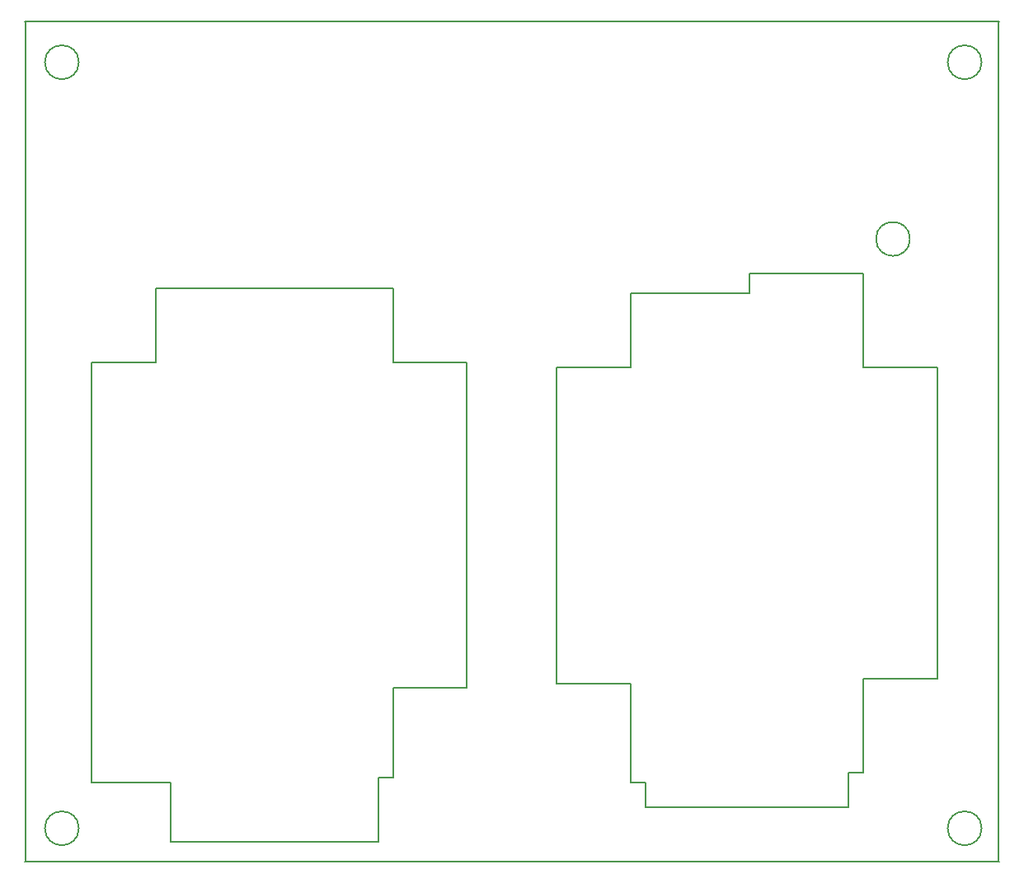
<source format=gm1>
G04 #@! TF.FileFunction,Profile,NP*
%FSLAX46Y46*%
G04 Gerber Fmt 4.6, Leading zero omitted, Abs format (unit mm)*
G04 Created by KiCad (PCBNEW 4.0.7) date 03/25/20 15:59:30*
%MOMM*%
%LPD*%
G01*
G04 APERTURE LIST*
%ADD10C,0.100000*%
%ADD11C,0.150000*%
G04 APERTURE END LIST*
D10*
D11*
X185499303Y-138468100D02*
G75*
G03X185499303Y-138468100I-1743003J0D01*
G01*
X92789303Y-138468100D02*
G75*
G03X92789303Y-138468100I-1743003J0D01*
G01*
X87299800Y-55524400D02*
X87299800Y-141859000D01*
X187248800Y-141859000D02*
X187248800Y-55524400D01*
X185499303Y-59728100D02*
G75*
G03X185499303Y-59728100I-1743003J0D01*
G01*
X187274200Y-141859000D02*
X87274400Y-141859000D01*
X87274400Y-55524400D02*
X187274200Y-55524400D01*
X143395700Y-91122500D02*
X141871700Y-91122500D01*
X143395700Y-123634500D02*
X141871700Y-123634500D01*
X149491700Y-91122500D02*
X143395700Y-91122500D01*
X149491700Y-83502500D02*
X149491700Y-91122500D01*
X149999700Y-83502500D02*
X149491700Y-83502500D01*
X173367700Y-81470500D02*
X172732700Y-81470500D01*
X173367700Y-83502500D02*
X173367700Y-81470500D01*
X131203700Y-90614500D02*
X132600700Y-90614500D01*
X131203700Y-124015500D02*
X132600700Y-124015500D01*
X132600700Y-124015500D02*
X132600700Y-90614500D01*
X125107700Y-124015500D02*
X131203700Y-124015500D01*
X101739700Y-133794500D02*
X102247700Y-133794500D01*
X92789303Y-59728100D02*
G75*
G03X92789303Y-59728100I-1743003J0D01*
G01*
X178133303Y-77889100D02*
G75*
G03X178133303Y-77889100I-1743003J0D01*
G01*
X131203700Y-90614500D02*
X125107700Y-90614500D01*
X101739700Y-133794500D02*
X94119700Y-133794500D01*
X94119700Y-90614500D02*
X94119700Y-133794500D01*
X143395700Y-123634500D02*
X149491700Y-123634500D01*
X141871700Y-91122500D02*
X141871700Y-123634500D01*
X161683700Y-83502500D02*
X161683700Y-81470500D01*
X161683700Y-83502500D02*
X149999700Y-83502500D01*
X173367700Y-91122500D02*
X173367700Y-83502500D01*
X180987700Y-91122500D02*
X173367700Y-91122500D01*
X180987700Y-123126500D02*
X180987700Y-91122500D01*
X173367700Y-123126500D02*
X180987700Y-123126500D01*
X173367700Y-132778500D02*
X173367700Y-123126500D01*
X171843700Y-132778500D02*
X173367700Y-132778500D01*
X171843700Y-136334500D02*
X171843700Y-132778500D01*
X151015700Y-136334500D02*
X171843700Y-136334500D01*
X151015700Y-135826500D02*
X151015700Y-136334500D01*
X151015700Y-133794500D02*
X151015700Y-135826500D01*
X149491700Y-133794500D02*
X151015700Y-133794500D01*
X149491700Y-123634500D02*
X149491700Y-133794500D01*
X172859700Y-81470500D02*
X161683700Y-81470500D01*
X125107700Y-90614500D02*
X125107700Y-86550500D01*
X102247700Y-139890500D02*
X102247700Y-133794500D01*
X102247700Y-139890500D02*
X123583700Y-139890500D01*
X123583700Y-133286500D02*
X123583700Y-139890500D01*
X123583700Y-133286500D02*
X125107700Y-133286500D01*
X125107700Y-131127500D02*
X125107700Y-133159500D01*
X125107700Y-124015500D02*
X125107700Y-131127500D01*
X100723700Y-90614500D02*
X94119700Y-90614500D01*
X100723700Y-82994500D02*
X100723700Y-90614500D01*
X125107700Y-82994500D02*
X100723700Y-82994500D01*
X125107700Y-86550500D02*
X125107700Y-82994500D01*
M02*

</source>
